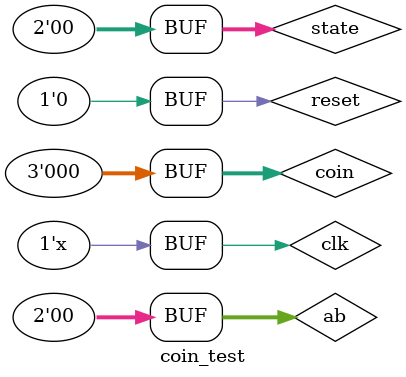
<source format=v>
`timescale 1ns / 1ps
module coin_test( );
    reg reset;            //ÇåÁãÐÅºÅ
    reg [1:0] state;      //×´Ì¬
    reg [2:0] coin;       //ÊäÈë±ÒÖµÐÅºÅ
    reg clk;              //Ê±ÖÓÐÅºÅ
    reg [1:0]ab;          //Ñ¡ÉÌÆ·ÐÅºÅ
    wire  [7:0] left;  //Óà¶îÊä³ö
    wire  [7:0] cost;  //Ïû·Ñ¶î
    wire  overflow;    //Í¶±Ò»òÕß¹ºÂòÒç³öÐÅºÅ
coin_memory cointest(
    reset, clk,
    ab, coin,state,
    cost, left, overflow
    );
initial begin
    clk = 0;
    state = 2'b00;
    reset = 0;
    coin = 3'b000;
    ab = 2'b00;
    #45 reset = 1;
    #50 coin = 3'b001;
    #30 coin = 3'b100;
    #20 coin = 3'b000;
    #50 ab= 2'b10;
    #35 ab = 2'b01;
    #50 ab = 2'b00;
    #20 ab = 2'b10;
    #20 ab = 2'b00;
    #20 ab = 2'b10;
    #20 ab = 2'b00;
    #30 reset = 0;
end
always #5 clk = ~clk;
endmodule

</source>
